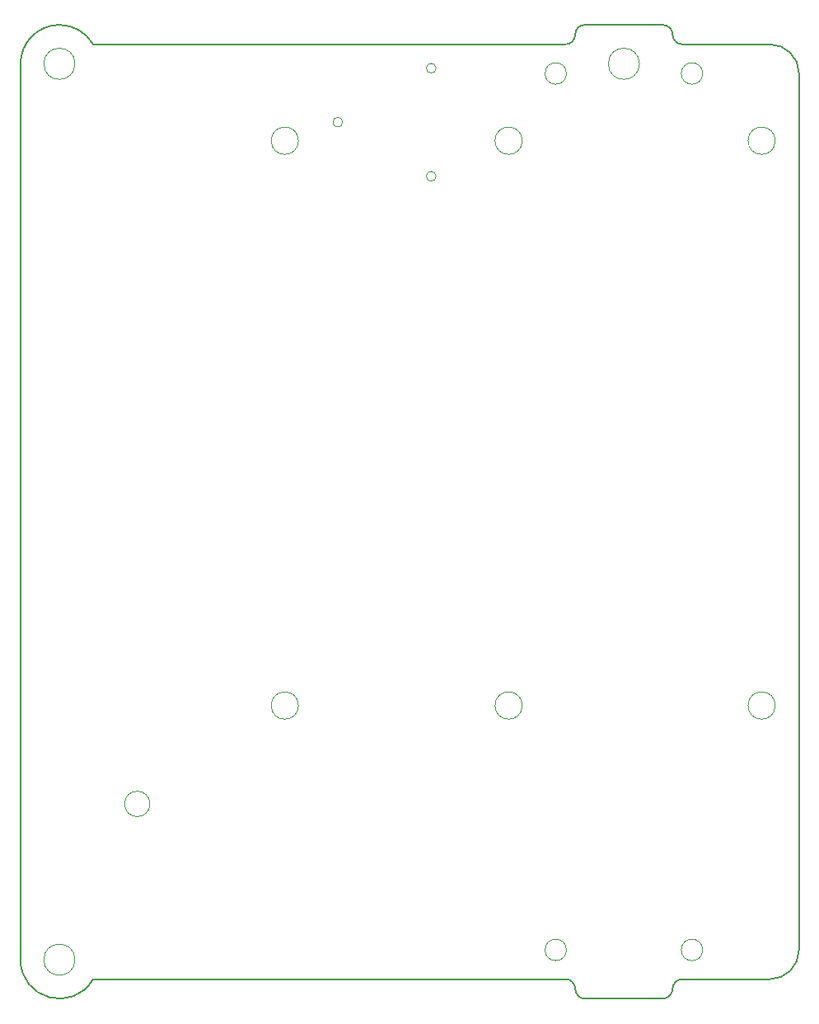
<source format=gbr>
%TF.GenerationSoftware,KiCad,Pcbnew,9.0.1*%
%TF.CreationDate,2025-04-28T14:14:31+03:00*%
%TF.ProjectId,PM_CPU-RP,504d5f43-5055-42d5-9250-2e6b69636164,rev?*%
%TF.SameCoordinates,Original*%
%TF.FileFunction,Profile,NP*%
%FSLAX46Y46*%
G04 Gerber Fmt 4.6, Leading zero omitted, Abs format (unit mm)*
G04 Created by KiCad (PCBNEW 9.0.1) date 2025-04-28 14:14:31*
%MOMM*%
%LPD*%
G01*
G04 APERTURE LIST*
%TA.AperFunction,Profile*%
%ADD10C,0.200000*%
%TD*%
%TA.AperFunction,Profile*%
%ADD11C,0.050000*%
%TD*%
G04 APERTURE END LIST*
D10*
X27000000Y-49000000D02*
G75*
G02*
X28000000Y-48000000I1000000J0D01*
G01*
X-32527027Y48000000D02*
X16000000Y48000000D01*
X37000000Y48000000D02*
X28000000Y48000000D01*
X-40000000Y46000000D02*
X-40000000Y-46000000D01*
X-36000000Y50000000D02*
G75*
G02*
X-32533686Y47996164I0J-4000000D01*
G01*
X26000000Y50000000D02*
X18000000Y50000000D01*
X17000000Y49000000D02*
G75*
G02*
X18000000Y50000000I1000000J0D01*
G01*
X18000000Y-50000000D02*
G75*
G02*
X17000000Y-49000000I0J1000000D01*
G01*
X16000000Y-48000000D02*
X-32535900Y-48000000D01*
X28000000Y-48000000D02*
X37000000Y-48000000D01*
X-32535899Y-48000000D02*
G75*
G02*
X-39999999Y-46000000I-3464101J2000000D01*
G01*
X26000000Y50000000D02*
G75*
G02*
X27000000Y49000000I0J-1000000D01*
G01*
X28000000Y48000000D02*
G75*
G02*
X27000000Y49000000I0J1000000D01*
G01*
X40000000Y-45000000D02*
G75*
G02*
X37000000Y-48000000I-3000000J0D01*
G01*
X18000000Y-50000000D02*
X26000000Y-50000000D01*
X40000000Y45000000D02*
X40000000Y-45000000D01*
X27000000Y-49000000D02*
G75*
G02*
X26000000Y-50000000I-1000000J0D01*
G01*
X17000000Y49000000D02*
G75*
G02*
X16000000Y48000000I-1000000J0D01*
G01*
X37000000Y48000000D02*
G75*
G02*
X40000000Y45000000I0J-3000000D01*
G01*
X-40000000Y46000000D02*
G75*
G02*
X-36000000Y50000000I4000000J0D01*
G01*
X16000000Y-48000000D02*
G75*
G02*
X17000000Y-49000000I0J-1000000D01*
G01*
D11*
%TO.C,J1*%
X-6900000Y40000000D02*
G75*
G02*
X-7900000Y40000000I-500000J0D01*
G01*
X-7900000Y40000000D02*
G75*
G02*
X-6900000Y40000000I500000J0D01*
G01*
X2700000Y45550000D02*
G75*
G02*
X1700000Y45550000I-500000J0D01*
G01*
X1700000Y45550000D02*
G75*
G02*
X2700000Y45550000I500000J0D01*
G01*
X2700000Y34450000D02*
G75*
G02*
X1700000Y34450000I-500000J0D01*
G01*
X1700000Y34450000D02*
G75*
G02*
X2700000Y34450000I500000J0D01*
G01*
%TO.C,D1*%
X-11440000Y38100000D02*
G75*
G02*
X-14240000Y38100000I-1400000J0D01*
G01*
X-14240000Y38100000D02*
G75*
G02*
X-11440000Y38100000I1400000J0D01*
G01*
X-11440000Y-19900000D02*
G75*
G02*
X-14240000Y-19900000I-1400000J0D01*
G01*
X-14240000Y-19900000D02*
G75*
G02*
X-11440000Y-19900000I1400000J0D01*
G01*
X11560000Y38100000D02*
G75*
G02*
X8760000Y38100000I-1400000J0D01*
G01*
X8760000Y38100000D02*
G75*
G02*
X11560000Y38100000I1400000J0D01*
G01*
X11560000Y-19900000D02*
G75*
G02*
X8760000Y-19900000I-1400000J0D01*
G01*
X8760000Y-19900000D02*
G75*
G02*
X11560000Y-19900000I1400000J0D01*
G01*
X37560000Y38100000D02*
G75*
G02*
X34760000Y38100000I-1400000J0D01*
G01*
X34760000Y38100000D02*
G75*
G02*
X37560000Y38100000I1400000J0D01*
G01*
X37560000Y-19900000D02*
G75*
G02*
X34760000Y-19900000I-1400000J0D01*
G01*
X34760000Y-19900000D02*
G75*
G02*
X37560000Y-19900000I1400000J0D01*
G01*
%TO.C,H3*%
X23600000Y46000000D02*
G75*
G02*
X20400000Y46000000I-1600000J0D01*
G01*
X20400000Y46000000D02*
G75*
G02*
X23600000Y46000000I1600000J0D01*
G01*
%TO.C,SP1*%
X16100000Y45000000D02*
G75*
G02*
X13900000Y45000000I-1100000J0D01*
G01*
X13900000Y45000000D02*
G75*
G02*
X16100000Y45000000I1100000J0D01*
G01*
X16100000Y-45000000D02*
G75*
G02*
X13900000Y-45000000I-1100000J0D01*
G01*
X13900000Y-45000000D02*
G75*
G02*
X16100000Y-45000000I1100000J0D01*
G01*
X30100000Y45000000D02*
G75*
G02*
X27900000Y45000000I-1100000J0D01*
G01*
X27900000Y45000000D02*
G75*
G02*
X30100000Y45000000I1100000J0D01*
G01*
X30100000Y-45000000D02*
G75*
G02*
X27900000Y-45000000I-1100000J0D01*
G01*
X27900000Y-45000000D02*
G75*
G02*
X30100000Y-45000000I1100000J0D01*
G01*
%TO.C,H2*%
X-34400000Y46000000D02*
G75*
G02*
X-37600000Y46000000I-1600000J0D01*
G01*
X-37600000Y46000000D02*
G75*
G02*
X-34400000Y46000000I1600000J0D01*
G01*
%TO.C,H1*%
X-34400000Y-46000000D02*
G75*
G02*
X-37600000Y-46000000I-1600000J0D01*
G01*
X-37600000Y-46000000D02*
G75*
G02*
X-34400000Y-46000000I1600000J0D01*
G01*
%TO.C,U1*%
X-26700000Y-30000000D02*
G75*
G02*
X-29300000Y-30000000I-1300000J0D01*
G01*
X-29300000Y-30000000D02*
G75*
G02*
X-26700000Y-30000000I1300000J0D01*
G01*
%TD*%
M02*

</source>
